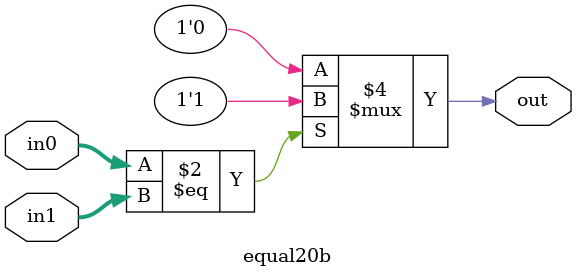
<source format=v>
`timescale 1ns / 1ps


module equal20b(
         output reg out,
         input[19:0] in0,in1);
         
         always @(*)
         if(in0==in1)
          out=1;
          else
          out=0;
endmodule

</source>
